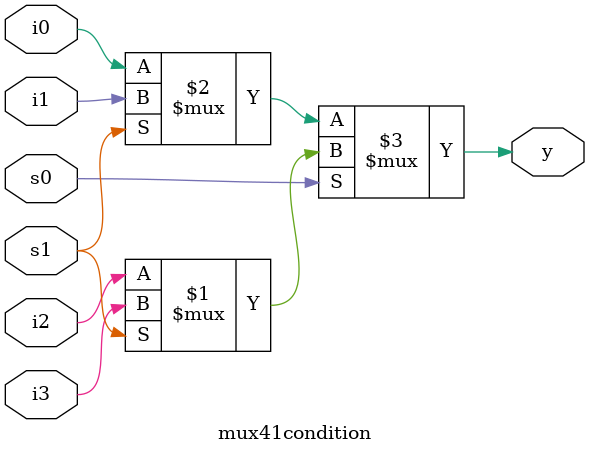
<source format=v>
module mux41condition(i0,i1,i2,i3,s0,s1,y);
input i0,i1,i2,i3,s0,s1;
output y;
assign y=s0?(s1?i3:i2):(s1?i1:i0);
endmodule

</source>
